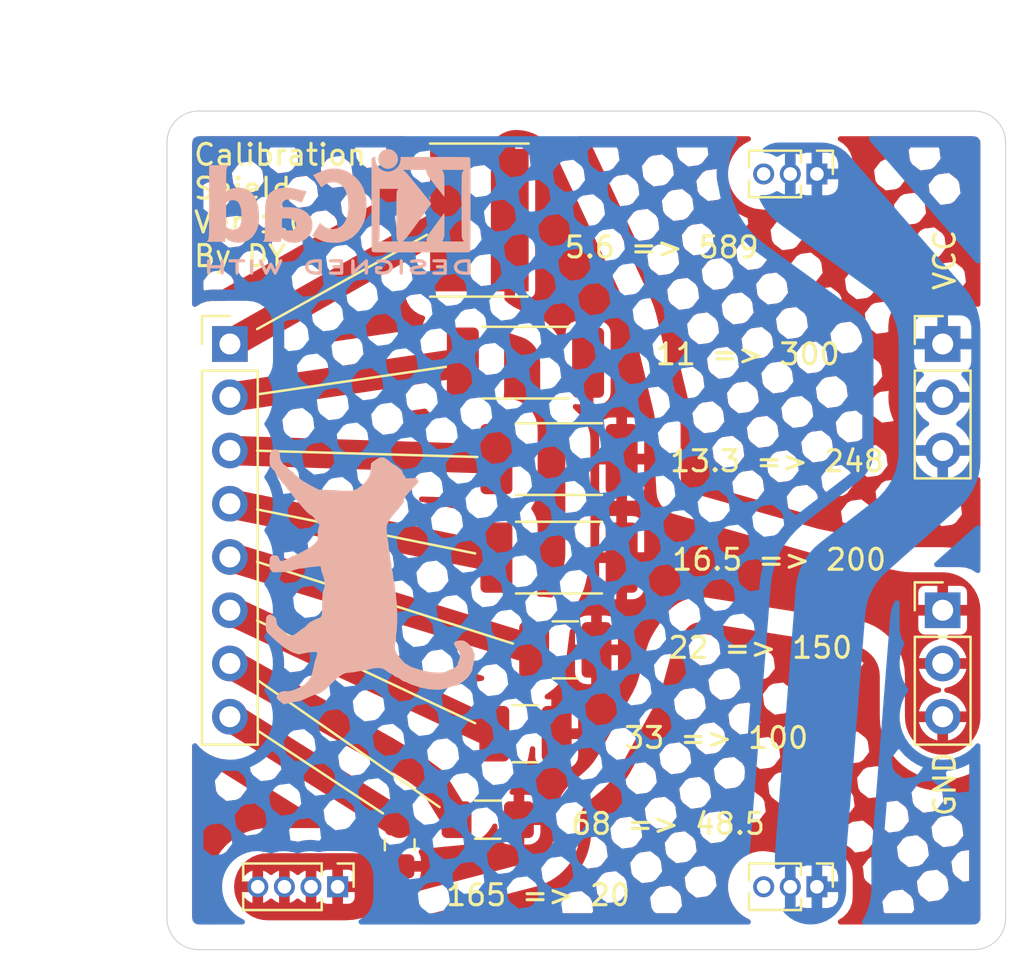
<source format=kicad_pcb>
(kicad_pcb (version 20190905) (host pcbnew "5.99.0-unknown-df3fabf~86~ubuntu18.04.1")
  (layers (0 "F.Cu" signal) (31 "B.Cu" signal) (34 "B.Paste" user) (35 "F.Paste" user) (36 "B.SilkS" user) (37 "F.SilkS" user) (38 "B.Mask" user) (39 "F.Mask" user) (44 "Edge.Cuts" user))
  (net 0 "")
  (net 1 "+3V3")
  (net 2 "GND")
  (net 3 "Net-(J5-Pad8)")
  (net 4 "Net-(J5-Pad7)")
  (net 5 "Net-(J5-Pad6)")
  (net 6 "Net-(J5-Pad5)")
  (net 7 "Net-(J5-Pad4)")
  (net 8 "Net-(J5-Pad3)")
  (net 9 "Net-(J5-Pad2)")
  (net 10 "Net-(J5-Pad1)")
  (module "Symbol:KiCad-Logo2_5mm_SilkScreen" (layer "B.Cu") (at 138.2 84.8 180)
    (fp_text reference "REF**" hide)
    (fp_text value "KiCad-Logo2_5mm_SilkScreen" hide)
  )
  (module "LTD_Customized:Cat-Logo" (layer "B.Cu") (at 139.7 102.2 90)
    (fp_text reference "G***" hide)
    (fp_text value "LOGO" hide)
  )
  (module "Connector_PinHeader_2.54mm:PinHeader_1x03_P2.54mm_Vertical" (layer "F.Cu") (at 167 103.81)
    (fp_text reference "J6" hide)
    (fp_text value "GND_Conn")
    (pad "3" thru_hole oval (at 0 5.08) (size 1.7 1.7) (drill 1) (layers *.Cu *.Mask) (net 2 "GND"))
    (pad "2" thru_hole oval (at 0 2.54) (size 1.7 1.7) (drill 1) (layers *.Cu *.Mask) (net 2 "GND"))
    (pad "1" thru_hole rect (at 0 0) (size 1.7 1.7) (drill 1) (layers *.Cu *.Mask) (net 2 "GND"))
  )
  (module "LTD_Customized:Resistor_SMD_1225_2W" (layer "F.Cu") (at 144.9 85.2 180)
    (fp_text reference "R8" hide)
    (fp_text value "5.6")
    (pad "2" smd rect (at 1.45 0 180) (size 1.8 6.8) (layers "F.Cu" "F.Paste" "F.Mask") (net 10 "Net-(J5-Pad1)"))
    (pad "1" smd rect (at -1.45 0 180) (size 1.8 6.8) (layers "F.Cu" "F.Paste" "F.Mask") (net 2 "GND"))
  )
  (module "Resistor_SMD:R_2512_6332Metric_Pad1.52x3.35mm_HandSolder" (layer "F.Cu") (at 147.1 92 180)
    (fp_text reference "R7" hide)
    (fp_text value "11")
    (pad "2" smd roundrect (at 2.9875 0 180) (size 1.525 3.35) (layers "F.Cu" "F.Paste" "F.Mask") (roundrect_rratio 0.163934) (net 9 "Net-(J5-Pad2)"))
    (pad "1" smd roundrect (at -2.9875 0 180) (size 1.525 3.35) (layers "F.Cu" "F.Paste" "F.Mask") (roundrect_rratio 0.163934) (net 2 "GND"))
  )
  (module "Resistor_SMD:R_2512_6332Metric_Pad1.52x3.35mm_HandSolder" (layer "F.Cu") (at 148.7 96.6 180)
    (fp_text reference "R6" hide)
    (fp_text value "13.3")
    (pad "2" smd roundrect (at 2.9875 0 180) (size 1.525 3.35) (layers "F.Cu" "F.Paste" "F.Mask") (roundrect_rratio 0.163934) (net 8 "Net-(J5-Pad3)"))
    (pad "1" smd roundrect (at -2.9875 0 180) (size 1.525 3.35) (layers "F.Cu" "F.Paste" "F.Mask") (roundrect_rratio 0.163934) (net 2 "GND"))
  )
  (module "Resistor_SMD:R_2512_6332Metric_Pad1.52x3.35mm_HandSolder" (layer "F.Cu") (at 148.7 101.3 180)
    (fp_text reference "R5" hide)
    (fp_text value "16.5")
    (pad "2" smd roundrect (at 2.9875 0 180) (size 1.525 3.35) (layers "F.Cu" "F.Paste" "F.Mask") (roundrect_rratio 0.163934) (net 7 "Net-(J5-Pad4)"))
    (pad "1" smd roundrect (at -2.9875 0 180) (size 1.525 3.35) (layers "F.Cu" "F.Paste" "F.Mask") (roundrect_rratio 0.163934) (net 2 "GND"))
  )
  (module "Resistor_SMD:R_1210_3225Metric_Pad1.42x2.65mm_HandSolder" (layer "F.Cu") (at 149 105.7 180)
    (fp_text reference "R4" hide)
    (fp_text value "22")
    (pad "2" smd roundrect (at 1.4875 0 180) (size 1.425 2.65) (layers "F.Cu" "F.Paste" "F.Mask") (roundrect_rratio 0.175439) (net 6 "Net-(J5-Pad5)"))
    (pad "1" smd roundrect (at -1.4875 0 180) (size 1.425 2.65) (layers "F.Cu" "F.Paste" "F.Mask") (roundrect_rratio 0.175439) (net 2 "GND"))
  )
  (module "Resistor_SMD:R_1210_3225Metric_Pad1.42x2.65mm_HandSolder" (layer "F.Cu") (at 147.1 109.7 180)
    (fp_text reference "R3" hide)
    (fp_text value "33")
    (pad "2" smd roundrect (at 1.4875 0 180) (size 1.425 2.65) (layers "F.Cu" "F.Paste" "F.Mask") (roundrect_rratio 0.175439) (net 5 "Net-(J5-Pad6)"))
    (pad "1" smd roundrect (at -1.4875 0 180) (size 1.425 2.65) (layers "F.Cu" "F.Paste" "F.Mask") (roundrect_rratio 0.175439) (net 2 "GND"))
  )
  (module "Resistor_SMD:R_1206_3216Metric_Pad1.42x1.75mm_HandSolder" (layer "F.Cu") (at 145.3 113.8 180)
    (fp_text reference "R2" hide)
    (fp_text value "68")
    (pad "2" smd roundrect (at 1.4875 0 180) (size 1.425 1.75) (layers "F.Cu" "F.Paste" "F.Mask") (roundrect_rratio 0.175439) (net 4 "Net-(J5-Pad7)"))
    (pad "1" smd roundrect (at -1.4875 0 180) (size 1.425 1.75) (layers "F.Cu" "F.Paste" "F.Mask") (roundrect_rratio 0.175439) (net 2 "GND"))
  )
  (module "Resistor_SMD:R_0805_2012Metric_Pad1.15x1.40mm_HandSolder" (layer "F.Cu") (at 141.1 115 90)
    (fp_text reference "R1" hide)
    (fp_text value "165")
    (pad "2" smd roundrect (at 1.025 0 90) (size 1.15 1.4) (layers "F.Cu" "F.Paste" "F.Mask") (roundrect_rratio 0.217391) (net 3 "Net-(J5-Pad8)"))
    (pad "1" smd roundrect (at -1.025 0 90) (size 1.15 1.4) (layers "F.Cu" "F.Paste" "F.Mask") (roundrect_rratio 0.217391) (net 2 "GND"))
  )
  (module "Connector_PinHeader_2.54mm:PinHeader_1x08_P2.54mm_Vertical" (layer "F.Cu") (at 133 91.11)
    (fp_text reference "J5" hide)
    (fp_text value "Conn_01x08")
    (pad "8" thru_hole oval (at 0 17.78) (size 1.7 1.7) (drill 1) (layers *.Cu *.Mask) (net 3 "Net-(J5-Pad8)"))
    (pad "7" thru_hole oval (at 0 15.24) (size 1.7 1.7) (drill 1) (layers *.Cu *.Mask) (net 4 "Net-(J5-Pad7)"))
    (pad "6" thru_hole oval (at 0 12.7) (size 1.7 1.7) (drill 1) (layers *.Cu *.Mask) (net 5 "Net-(J5-Pad6)"))
    (pad "5" thru_hole oval (at 0 10.16) (size 1.7 1.7) (drill 1) (layers *.Cu *.Mask) (net 6 "Net-(J5-Pad5)"))
    (pad "4" thru_hole oval (at 0 7.62) (size 1.7 1.7) (drill 1) (layers *.Cu *.Mask) (net 7 "Net-(J5-Pad4)"))
    (pad "3" thru_hole oval (at 0 5.08) (size 1.7 1.7) (drill 1) (layers *.Cu *.Mask) (net 8 "Net-(J5-Pad3)"))
    (pad "2" thru_hole oval (at 0 2.54) (size 1.7 1.7) (drill 1) (layers *.Cu *.Mask) (net 9 "Net-(J5-Pad2)"))
    (pad "1" thru_hole rect (at 0 0) (size 1.7 1.7) (drill 1) (layers *.Cu *.Mask) (net 10 "Net-(J5-Pad1)"))
  )
  (module "Connector_PinHeader_2.54mm:PinHeader_1x03_P2.54mm_Vertical" (layer "F.Cu") (at 167 91.11)
    (fp_text reference "J4" hide)
    (fp_text value "Vcc_Conn")
    (pad "3" thru_hole oval (at 0 5.08) (size 1.7 1.7) (drill 1) (layers *.Cu *.Mask) (net 1 "+3V3"))
    (pad "2" thru_hole oval (at 0 2.54) (size 1.7 1.7) (drill 1) (layers *.Cu *.Mask) (net 1 "+3V3"))
    (pad "1" thru_hole rect (at 0 0) (size 1.7 1.7) (drill 1) (layers *.Cu *.Mask) (net 1 "+3V3"))
  )
  (module "Connector_PinHeader_1.27mm:PinHeader_1x04_P1.27mm_Vertical" (layer "F.Cu") (at 138.14 117 -90)
    (fp_text reference "J3" hide)
    (fp_text value "GND_Conn")
    (pad "4" thru_hole oval (at 0 3.81 270) (size 1 1) (drill 0.65) (layers *.Cu *.Mask) (net 2 "GND"))
    (pad "3" thru_hole oval (at 0 2.54 270) (size 1 1) (drill 0.65) (layers *.Cu *.Mask) (net 2 "GND"))
    (pad "2" thru_hole oval (at 0 1.27 270) (size 1 1) (drill 0.65) (layers *.Cu *.Mask) (net 2 "GND"))
    (pad "1" thru_hole rect (at 0 0 270) (size 1 1) (drill 0.65) (layers *.Cu *.Mask) (net 2 "GND"))
  )
  (module "Connector_PinHeader_1.27mm:PinHeader_1x03_P1.27mm_Vertical" (layer "F.Cu") (at 161 83 -90)
    (fp_text reference "J2" hide)
    (fp_text value "Vcc_Conn")
    (pad "3" thru_hole oval (at 0 2.54 270) (size 1 1) (drill 0.65) (layers *.Cu *.Mask))
    (pad "2" thru_hole oval (at 0 1.27 270) (size 1 1) (drill 0.65) (layers *.Cu *.Mask) (net 1 "+3V3"))
    (pad "1" thru_hole rect (at 0 0 270) (size 1 1) (drill 0.65) (layers *.Cu *.Mask) (net 1 "+3V3"))
  )
  (module "Connector_PinHeader_1.27mm:PinHeader_1x03_P1.27mm_Vertical" (layer "F.Cu") (at 161 117 -90)
    (fp_text reference "J1" hide)
    (fp_text value "Vcc_Conn")
    (pad "3" thru_hole oval (at 0 2.54 270) (size 1 1) (drill 0.65) (layers *.Cu *.Mask))
    (pad "2" thru_hole oval (at 0 1.27 270) (size 1 1) (drill 0.65) (layers *.Cu *.Mask) (net 1 "+3V3"))
    (pad "1" thru_hole rect (at 0 0 270) (size 1 1) (drill 0.65) (layers *.Cu *.Mask) (net 1 "+3V3"))
  )
  (gr_text "GND" (at 167.1 112.1 90) (layer "F.SilkS") (effects (font (size 1 1))))
  (gr_text "VCC" (at 167.1 87.1 90) (layer "F.SilkS") (effects (font (size 1 1))))
  (gr_text "Calibration\nShield\nVer 1.0\nBy DY" (at 131.2 84.5) (layer "F.SilkS") (effects (font (size 1 1)) (justify left)))
  (gr_line (start 143.3 92.2) (end 134.4 93.5) (layer "F.SilkS") (width 0.12))
  (gr_line (start 134.3 90.4) (end 142.4 85.9) (layer "F.SilkS") (width 0.12))
  (gr_line (start 134.3 96.2) (end 144.8 96.5) (layer "F.SilkS") (width 0.12))
  (gr_line (start 144.7 101.1) (end 134.3 99) (layer "F.SilkS") (width 0.12))
  (gr_line (start 134.3 101.5) (end 146.5 105.4) (layer "F.SilkS") (width 0.12))
  (gr_line (start 144.7 109.2) (end 134.3 104.3) (layer "F.SilkS") (width 0.12))
  (gr_line (start 143 113.2) (end 134.4 107.2) (layer "F.SilkS") (width 0.12))
  (gr_line (start 134.4 109.6) (end 140.3 113.5) (layer "F.SilkS") (width 0.12))
  (gr_text "165 => 20" (at 147.7 117.4) (layer "F.SilkS") (effects (font (size 1 1))))
  (gr_text "68 => 48.5" (at 153.9 114) (layer "F.SilkS") (effects (font (size 1 1))))
  (gr_text "33 => 100" (at 156.2 109.9) (layer "F.SilkS") (effects (font (size 1 1))))
  (gr_text "22 => 150" (at 158.3 105.6) (layer "F.SilkS") (effects (font (size 1 1))))
  (gr_text "16.5 => 200" (at 159.2 101.4) (layer "F.SilkS") (effects (font (size 1 1))))
  (gr_text "13.3 => 248" (at 159.1 96.7) (layer "F.SilkS") (effects (font (size 1 1))))
  (gr_text "11 => 300" (at 157.7 91.6) (layer "F.SilkS") (effects (font (size 1 1))))
  (gr_text "5.6 => 589" (at 153.6 86.5) (layer "F.SilkS") (effects (font (size 1 1))))
  (gr_line (start 170 118.5) (end 170 81.5) (layer "Edge.Cuts") (width 0.05))
  (gr_line (start 131.5 120) (end 168.5 120) (layer "Edge.Cuts") (width 0.05))
  (gr_line (start 130 81.5) (end 130 118.5) (layer "Edge.Cuts") (width 0.05))
  (gr_line (start 168.5 80) (end 131.5 80) (layer "Edge.Cuts") (width 0.05))
  (gr_arc (start 168.5 81.5) (end 170 81.5) (angle -90) (layer "Edge.Cuts") (width 0.05))
  (gr_arc (start 168.5 118.5) (end 168.5 120) (angle -90) (layer "Edge.Cuts") (width 0.05))
  (gr_arc (start 131.5 118.5) (end 130 118.5) (angle -90) (layer "Edge.Cuts") (width 0.05))
  (gr_arc (start 131.5 81.5) (end 131.5 80) (angle -90) (layer "Edge.Cuts") (width 0.05))
  (segment (start 133 91.11) (end 143.45 85.2) (width 1.4) (layer "F.Cu") (net 10))
  (segment (start 133 93.65) (end 144.1125 92) (width 1.4) (layer "F.Cu") (net 9))
  (segment (start 145.7125 96.6) (end 133 96.19) (width 1.4) (layer "F.Cu") (net 8))
  (segment (start 133 98.73) (end 145.7125 101.3) (width 1.4) (layer "F.Cu") (net 7))
  (segment (start 147.5125 105.7) (end 133 101.27) (width 1.4) (layer "F.Cu") (net 6))
  (segment (start 133 103.81) (end 145.6125 109.7) (width 1.4) (layer "F.Cu") (net 5))
  (segment (start 141.1 113.975) (end 133 108.89) (width 1.4) (layer "F.Cu") (net 3))
  (segment (start 143.8125 113.8) (end 142.7 112) (width 1.4) (layer "F.Cu") (net 4))
  (segment (start 142.7 112) (end 141.9 111.4) (width 1.4) (layer "F.Cu") (net 4))
  (segment (start 141.9 111.4) (end 140.4 110.5) (width 1.4) (layer "F.Cu") (net 4))
  (segment (start 140.4 110.5) (end 133 106.35) (width 1.4) (layer "F.Cu") (net 4))
  (zone (net 1) (net_name "+3V3") (layer "B.Cu") (priority 2) (connect_pads (clearance 0.508)) (min_thickness 0.254) (fill yes (thermal_gap 0.508) (thermal_bridge_width 0.508) (smoothing fillet) (radius 3))
    (polygon (pts (xy 160.4 81.5) (xy 162 81.5) (xy 168.8 89.3) (xy 168.8 98) (xy 163.4 102.8) (xy 162.4 115.4) (xy 162.4 118.8) (xy 159 118.8) (xy 159 115.4) (xy 160.1 101.4) (xy 164.9 97.7) (xy 164.9 89.5) (xy 158 84.5) (xy 158 81.5)))
  )
  (zone (net 2) (net_name "GND") (layer "F.Cu") (priority 2) (connect_pads (clearance 0.308)) (min_thickness 0.254) (fill yes (thermal_gap 0.308) (thermal_bridge_width 0.508) (smoothing fillet) (radius 3))
    (polygon (pts (xy 152.1 89.7) (xy 153.3 94.7) (xy 153.3 97.4) (xy 153.4 99) (xy 160.8 101.1) (xy 165.2 102) (xy 168.8 102) (xy 168.8 110.7) (xy 165.2 110.7) (xy 165.2 105.9) (xy 163.8 104.4) (xy 160.75 104) (xy 154.45 103) (xy 153 105.2) (xy 152.4 107.4) (xy 150.3 111.2) (xy 148.5 112.7) (xy 148.5 114.9) (xy 147.8 115.7) (xy 142 117.2) (xy 140.7 117.8) (xy 139.3 118.6) (xy 133.2 118.6) (xy 133.2 115.4) (xy 139.3 115.4) (xy 140 115.6) (xy 142.1 115.2) (xy 145.2 114.9) (xy 146 112.9) (xy 147.2 111.3) (xy 147.6 108.1) (xy 148.9 107.3) (xy 149.3 104.1) (xy 149.9 102.8) (xy 150.2 101.5) (xy 150.2 94.9) (xy 149 93.9) (xy 149 90.1) (xy 145.3 89.1) (xy 145.3 80.9) (xy 148 80.9)))
  )
  (zone (net 0) (net_name "") (layer "F.Cu") (connect_pads no (clearance 1.2)) (min_thickness 0.254) (fill yes (mode hatch) (thermal_gap 1.2) (thermal_bridge_width 0.508) (smoothing fillet) (radius 3) (hatch_thickness 0.4) (hatch_gap 1.5) (hatch_orientation 30) (hatch_smoothing_level 2) (hatch_smoothing_value 1))
    (polygon (pts (xy 130 80) (xy 130 120) (xy 170 120) (xy 170 80)))
  )
  (zone (net 0) (net_name "") (layer "B.Cu") (connect_pads no (clearance 1.2)) (min_thickness 0.254) (fill yes (mode hatch) (thermal_gap 1.2) (thermal_bridge_width 0.508) (smoothing fillet) (radius 3) (hatch_thickness 0.4) (hatch_gap 1.5) (hatch_orientation 30) (hatch_smoothing_level 2) (hatch_smoothing_value 1))
    (polygon (pts (xy 130 80) (xy 130 120) (xy 170 120) (xy 170 80)))
  )
)
</source>
